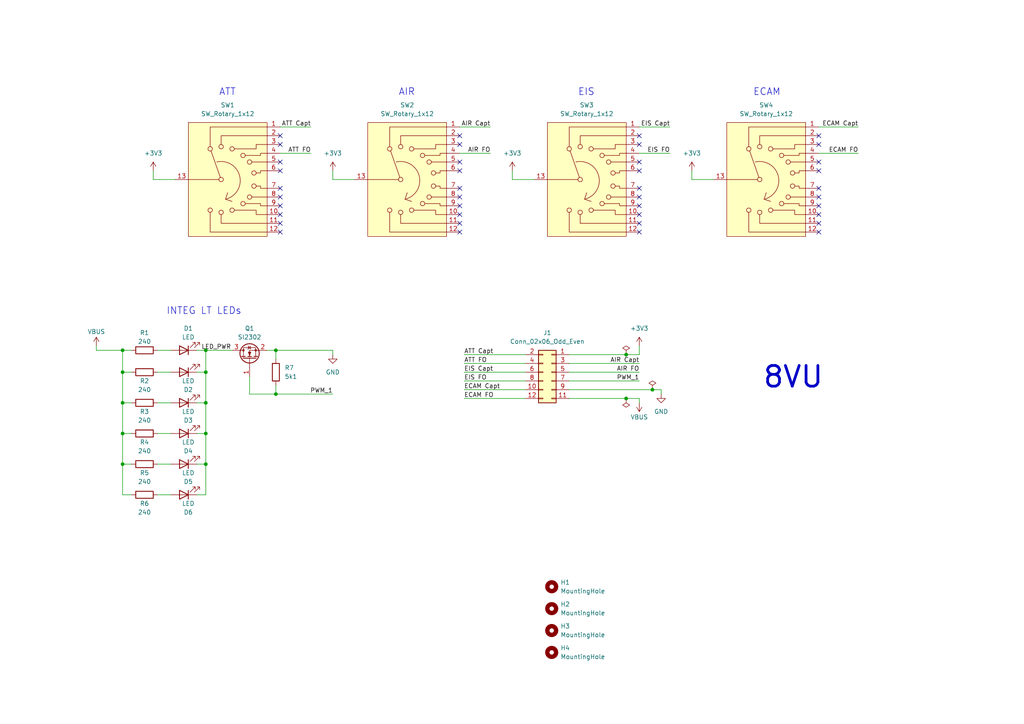
<source format=kicad_sch>
(kicad_sch (version 20230121) (generator eeschema)
  (paper "A4")
  (lib_symbols
    (symbol "Connector_Generic:Conn_02x06_Odd_Even" (pin_names (offset 1.016) hide)
      (property "Reference" "J" (at 1.27 7.62 0))
      (property "Value" "Conn_02x06_Odd_Even" (at 1.27 -10.16 0))
      (symbol "Conn_02x06_Odd_Even_1_1"
        (rectangle (start -1.27 -7.493) (end 0 -7.747) (stroke (width 0.1524)))
        (rectangle (start -1.27 -4.953) (end 0 -5.207) (stroke (width 0.1524)))
        (rectangle (start -1.27 -2.413) (end 0 -2.667) (stroke (width 0.1524)))
        (rectangle (start -1.27 0.127) (end 0 -0.127) (stroke (width 0.1524)))
        (rectangle (start -1.27 2.667) (end 0 2.413) (stroke (width 0.1524)))
        (rectangle (start -1.27 5.207) (end 0 4.953) (stroke (width 0.1524)))
        (rectangle (start -1.27 6.35) (end 3.81 -8.89) (stroke (width 0.254)) (fill (type background)))
        (rectangle (start 3.81 -7.493) (end 2.54 -7.747) (stroke (width 0.1524)))
        (rectangle (start 3.81 -4.953) (end 2.54 -5.207) (stroke (width 0.1524)))
        (rectangle (start 3.81 -2.413) (end 2.54 -2.667) (stroke (width 0.1524)))
        (rectangle (start 3.81 0.127) (end 2.54 -0.127) (stroke (width 0.1524)))
        (rectangle (start 3.81 2.667) (end 2.54 2.413) (stroke (width 0.1524)))
        (rectangle (start 3.81 5.207) (end 2.54 4.953) (stroke (width 0.1524)))
        (pin passive line (at -5.08 5.08 0) (length 3.81) (name "Pin_1") (number "1"))
        (pin passive line (at 7.62 -5.08 180) (length 3.81) (name "Pin_10") (number "10"))
        (pin passive line (at -5.08 -7.62 0) (length 3.81) (name "Pin_11") (number "11"))
        (pin passive line (at 7.62 -7.62 180) (length 3.81) (name "Pin_12") (number "12"))
        (pin passive line (at 7.62 5.08 180) (length 3.81) (name "Pin_2") (number "2"))
        (pin passive line (at -5.08 2.54 0) (length 3.81) (name "Pin_3") (number "3"))
        (pin passive line (at 7.62 2.54 180) (length 3.81) (name "Pin_4") (number "4"))
        (pin passive line (at -5.08 0 0) (length 3.81) (name "Pin_5") (number "5"))
        (pin passive line (at 7.62 0 180) (length 3.81) (name "Pin_6") (number "6"))
        (pin passive line (at -5.08 -2.54 0) (length 3.81) (name "Pin_7") (number "7"))
        (pin passive line (at 7.62 -2.54 180) (length 3.81) (name "Pin_8") (number "8"))
        (pin passive line (at -5.08 -5.08 0) (length 3.81) (name "Pin_9") (number "9"))
      )
    )
    (symbol "Device:LED" (pin_numbers hide) (pin_names (offset 1.016) hide)
      (property "Reference" "D" (at 0 2.54 0))
      (property "Value" "LED" (at 0 -2.54 0))
      (symbol "LED_0_1"
        (polyline (pts (xy -1.27 -1.27) (xy -1.27 1.27)) (stroke (width 0.254)))
        (polyline (pts (xy -1.27 0) (xy 1.27 0)))
        (polyline (pts (xy 1.27 -1.27) (xy 1.27 1.27) (xy -1.27 0) (xy 1.27 -1.27)) (stroke (width 0.254)))
        (polyline (pts (xy -3.048 -0.762) (xy -4.572 -2.286) (xy -3.81 -2.286) (xy -4.572 -2.286) (xy -4.572 -1.524)))
        (polyline (pts (xy -1.778 -0.762) (xy -3.302 -2.286) (xy -2.54 -2.286) (xy -3.302 -2.286) (xy -3.302 -1.524)))
      )
      (symbol "LED_1_1"
        (pin passive line (at -3.81 0 0) (length 2.54) (name "K") (number "1"))
        (pin passive line (at 3.81 0 180) (length 2.54) (name "A") (number "2"))
      )
    )
    (symbol "Device:R" (pin_numbers hide) (pin_names (offset 0))
      (property "Reference" "R" (at 2.032 0 90))
      (property "Value" "R" (at 0 0 90))
      (symbol "R_0_1"
        (rectangle (start -1.016 -2.54) (end 1.016 2.54) (stroke (width 0.254)))
      )
      (symbol "R_1_1"
        (pin passive line (at 0 3.81 270) (length 1.27) (name "~") (number "1"))
        (pin passive line (at 0 -3.81 90) (length 1.27) (name "~") (number "2"))
      )
    )
    (symbol "Mechanical:MountingHole" (pin_names (offset 1.016))
      (property "Reference" "H" (at 0 5.08 0))
      (property "Value" "MountingHole" (at 0 3.175 0))
      (symbol "MountingHole_0_1"
        (circle (center 0 0) (radius 1.27) (stroke (width 1.27)))
      )
    )
    (symbol "Switch:SW_Rotary_1x12" (pin_names (offset 1.016) hide)
      (property "Reference" "SW" (at 0 17.78 0))
      (property "Value" "SW_Rotary_1x12" (at 0 -17.78 0))
      (symbol "SW_Rotary_1x12_0_0"
        (circle (center -5.08 -8.89) (radius 0.635))
        (circle (center -5.08 8.89) (radius 0.635))
        (circle (center -1.905 -9.525) (radius 0.635))
        (circle (center -1.905 0) (radius 0.635))
        (circle (center -1.905 9.525) (radius 0.635))
        (arc (start -0.635 -5.715) (mid 3.4777 0.949) (end -3.175 5.08))
        (polyline (pts (xy -2.1336 0.6096) (xy -4.826 8.2804)))
        (polyline (pts (xy -0.635 -5.715) (xy 0 -3.81)))
        (polyline (pts (xy -0.635 -5.715) (xy 1.27 -6.35)))
        (polyline (pts (xy 6.985 -5.08) (xy 11.43 -5.08)))
        (polyline (pts (xy 6.985 5.08) (xy 11.43 5.08)))
        (polyline (pts (xy -5.08 -9.525) (xy -5.08 -15.24) (xy 11.43 -15.24)))
        (polyline (pts (xy -5.08 9.525) (xy -5.08 15.24) (xy 11.43 15.24)))
        (polyline (pts (xy -1.905 -10.16) (xy -1.905 -12.7) (xy 11.43 -12.7)))
        (polyline (pts (xy -1.905 10.16) (xy -1.905 12.7) (xy 11.43 12.7)))
        (polyline (pts (xy 1.905 -8.89) (xy 8.255 -8.89) (xy 8.255 -10.16) (xy 11.43 -10.16)))
        (polyline (pts (xy 1.905 8.89) (xy 8.255 8.89) (xy 8.255 10.16) (xy 11.43 10.16)))
        (polyline (pts (xy 5.08 -6.985) (xy 9.525 -6.985) (xy 9.525 -7.62) (xy 11.43 -7.62)))
        (polyline (pts (xy 5.08 6.985) (xy 9.525 6.985) (xy 9.525 7.62) (xy 11.43 7.62)))
        (polyline (pts (xy 8.255 -1.905) (xy 9.525 -1.905) (xy 9.525 -2.54) (xy 11.43 -2.54)))
        (polyline (pts (xy 8.255 1.905) (xy 9.525 1.905) (xy 9.525 2.54) (xy 11.43 2.54)))
        (circle (center 1.27 -8.89) (radius 0.635))
        (circle (center 1.27 8.89) (radius 0.635))
        (circle (center 4.445 -6.985) (radius 0.635))
        (circle (center 4.445 6.985) (radius 0.635))
        (circle (center 6.35 -5.08) (radius 0.635))
        (circle (center 6.35 5.08) (radius 0.635))
        (circle (center 7.62 -1.905) (radius 0.635))
        (circle (center 7.62 1.905) (radius 0.635))
      )
      (symbol "SW_Rotary_1x12_1_1"
        (rectangle (start -11.43 16.51) (end 11.43 -16.51) (fill (type background)))
        (polyline (pts (xy -11.43 0) (xy -2.54 0)))
        (pin passive line (at 15.24 15.24 180) (length 3.81) (name "1") (number "1"))
        (pin passive line (at 15.24 -10.16 180) (length 3.81) (name "10") (number "10"))
        (pin passive line (at 15.24 -12.7 180) (length 3.81) (name "11") (number "11"))
        (pin passive line (at 15.24 -15.24 180) (length 3.81) (name "12") (number "12"))
        (pin passive line (at -15.24 0 0) (length 3.81) (name "13") (number "13"))
        (pin passive line (at 15.24 12.7 180) (length 3.81) (name "2") (number "2"))
        (pin passive line (at 15.24 10.16 180) (length 3.81) (name "3") (number "3"))
        (pin passive line (at 15.24 7.62 180) (length 3.81) (name "4") (number "4"))
        (pin passive line (at 15.24 5.08 180) (length 3.81) (name "5") (number "5"))
        (pin passive line (at 15.24 2.54 180) (length 3.81) (name "6") (number "6"))
        (pin passive line (at 15.24 -2.54 180) (length 3.81) (name "7") (number "7"))
        (pin passive line (at 15.24 -5.08 180) (length 3.81) (name "8") (number "8"))
        (pin passive line (at 15.24 -7.62 180) (length 3.81) (name "9") (number "9"))
      )
    )
    (symbol "Transistor_FET:2N7002K" (pin_names hide)
      (property "Reference" "Q" (at 5.08 1.905 0))
      (property "Value" "2N7002K" (at 5.08 0 0))
      (symbol "2N7002K_0_1"
        (polyline (pts (xy 0.254 0) (xy -2.54 0)))
        (polyline (pts (xy 0.254 1.905) (xy 0.254 -1.905)) (stroke (width 0.254)))
        (polyline (pts (xy 0.762 -1.27) (xy 0.762 -2.286)) (stroke (width 0.254)))
        (polyline (pts (xy 0.762 0.508) (xy 0.762 -0.508)) (stroke (width 0.254)))
        (polyline (pts (xy 0.762 2.286) (xy 0.762 1.27)) (stroke (width 0.254)))
        (polyline (pts (xy 2.54 2.54) (xy 2.54 1.778)))
        (polyline (pts (xy 2.54 -2.54) (xy 2.54 0) (xy 0.762 0)))
        (polyline (pts (xy 0.762 -1.778) (xy 3.302 -1.778) (xy 3.302 1.778) (xy 0.762 1.778)))
        (polyline (pts (xy 1.016 0) (xy 2.032 0.381) (xy 2.032 -0.381) (xy 1.016 0)) (fill (type outline)))
        (polyline (pts (xy 2.794 0.508) (xy 2.921 0.381) (xy 3.683 0.381) (xy 3.81 0.254)))
        (polyline (pts (xy 3.302 0.381) (xy 2.921 -0.254) (xy 3.683 -0.254) (xy 3.302 0.381)))
        (circle (center 1.651 0) (radius 2.794) (stroke (width 0.254)))
        (circle (center 2.54 -1.778) (radius 0.254) (fill (type outline)))
        (circle (center 2.54 1.778) (radius 0.254) (fill (type outline)))
      )
      (symbol "2N7002K_1_1"
        (pin input line (at -5.08 0 0) (length 2.54) (name "G") (number "1"))
        (pin passive line (at 2.54 -5.08 90) (length 2.54) (name "S") (number "2"))
        (pin passive line (at 2.54 5.08 270) (length 2.54) (name "D") (number "3"))
      )
    )
    (symbol "power:+3V3" (power) (pin_names (offset 0))
      (property "Value" "+3V3" (at 0 3.556 0))
      (symbol "+3V3_0_1"
        (polyline (pts (xy -0.762 1.27) (xy 0 2.54)))
        (polyline (pts (xy 0 0) (xy 0 2.54)))
        (polyline (pts (xy 0 2.54) (xy 0.762 1.27)))
      )
      (symbol "+3V3_1_1"
        (pin power_in line (at 0 0 90) (length 0) hide (name "+3V3") (number "1"))
      )
    )
    (symbol "power:GND" (power) (pin_names (offset 0))
      (property "Value" "GND" (at 0 -3.81 0))
      (symbol "GND_0_1"
        (polyline (pts (xy 0 0) (xy 0 -1.27) (xy 1.27 -1.27) (xy 0 -2.54) (xy -1.27 -1.27) (xy 0 -1.27)))
      )
      (symbol "GND_1_1"
        (pin power_in line (at 0 0 270) (length 0) hide (name "GND") (number "1"))
      )
    )
    (symbol "power:PWR_FLAG" (power) (pin_numbers hide) (pin_names (offset 0) hide)
      (property "Value" "PWR_FLAG" (at 0 3.81 0))
      (symbol "PWR_FLAG_0_0"
        (pin power_out line (at 0 0 90) (length 0) (name "pwr") (number "1"))
      )
      (symbol "PWR_FLAG_0_1"
        (polyline (pts (xy 0 0) (xy 0 1.27) (xy -1.016 1.905) (xy 0 2.54) (xy 1.016 1.905) (xy 0 1.27)))
      )
    )
    (symbol "power:VBUS" (power) (pin_names (offset 0))
      (property "Value" "VBUS" (at 0 3.81 0))
      (symbol "VBUS_0_1"
        (polyline (pts (xy -0.762 1.27) (xy 0 2.54)))
        (polyline (pts (xy 0 0) (xy 0 2.54)))
        (polyline (pts (xy 0 2.54) (xy 0.762 1.27)))
      )
      (symbol "VBUS_1_1"
        (pin power_in line (at 0 0 90) (length 0) hide (name "VBUS") (number "1"))
      )
    )
  )
  (junction (at 59.69 125.73))
  (junction (at 59.69 101.6))
  (junction (at 35.56 107.95))
  (junction (at 59.69 107.95))
  (junction (at 35.56 125.73))
  (junction (at 59.69 116.84))
  (junction (at 80.01 101.6))
  (junction (at 59.69 134.62))
  (junction (at 35.56 101.6))
  (junction (at 35.56 116.84))
  (junction (at 189.23 113.03))
  (junction (at 181.61 102.87))
  (junction (at 80.01 114.3))
  (junction (at 181.61 115.57))
  (junction (at 35.56 134.62))
  (no_connect (at 185.42 62.23))
  (no_connect (at 185.42 57.15))
  (no_connect (at 133.35 41.91))
  (no_connect (at 81.28 67.31))
  (no_connect (at 237.49 62.23))
  (no_connect (at 237.49 49.53))
  (no_connect (at 81.28 57.15))
  (no_connect (at 237.49 64.77))
  (no_connect (at 185.42 46.99))
  (no_connect (at 133.35 67.31))
  (no_connect (at 237.49 46.99))
  (no_connect (at 185.42 59.69))
  (no_connect (at 81.28 46.99))
  (no_connect (at 237.49 57.15))
  (no_connect (at 81.28 59.69))
  (no_connect (at 133.35 46.99))
  (no_connect (at 133.35 57.15))
  (no_connect (at 133.35 59.69))
  (no_connect (at 185.42 67.31))
  (no_connect (at 237.49 59.69))
  (no_connect (at 237.49 39.37))
  (no_connect (at 81.28 49.53))
  (no_connect (at 185.42 54.61))
  (no_connect (at 185.42 64.77))
  (no_connect (at 81.28 64.77))
  (no_connect (at 133.35 54.61))
  (no_connect (at 81.28 62.23))
  (no_connect (at 81.28 54.61))
  (no_connect (at 81.28 39.37))
  (no_connect (at 237.49 67.31))
  (no_connect (at 133.35 62.23))
  (no_connect (at 81.28 41.91))
  (no_connect (at 237.49 41.91))
  (no_connect (at 133.35 64.77))
  (no_connect (at 133.35 49.53))
  (no_connect (at 185.42 41.91))
  (no_connect (at 185.42 49.53))
  (no_connect (at 237.49 54.61))
  (no_connect (at 133.35 39.37))
  (no_connect (at 185.42 39.37))
  (wire (pts (xy 165.1 115.57) (xy 181.61 115.57)))
  (wire (pts (xy 185.42 116.84) (xy 185.42 115.57)))
  (wire (pts (xy 165.1 113.03) (xy 189.23 113.03)))
  (wire (pts (xy 35.56 116.84) (xy 38.1 116.84)))
  (wire (pts (xy 181.61 115.57) (xy 185.42 115.57)))
  (wire (pts (xy 165.1 107.95) (xy 185.42 107.95)))
  (wire (pts (xy 44.45 49.53) (xy 44.45 52.07)))
  (wire (pts (xy 35.56 134.62) (xy 38.1 134.62)))
  (wire (pts (xy 45.72 116.84) (xy 49.53 116.84)))
  (wire (pts (xy 165.1 102.87) (xy 181.61 102.87)))
  (wire (pts (xy 134.62 113.03) (xy 152.4 113.03)))
  (wire (pts (xy 35.56 101.6) (xy 38.1 101.6)))
  (wire (pts (xy 57.15 143.51) (xy 59.69 143.51)))
  (wire (pts (xy 72.39 114.3) (xy 80.01 114.3)))
  (wire (pts (xy 165.1 110.49) (xy 185.42 110.49)))
  (wire (pts (xy 59.69 134.62) (xy 59.69 143.51)))
  (wire (pts (xy 191.77 113.03) (xy 191.77 114.3)))
  (wire (pts (xy 80.01 101.6) (xy 80.01 104.14)))
  (wire (pts (xy 134.62 105.41) (xy 152.4 105.41)))
  (wire (pts (xy 237.49 44.45) (xy 248.92 44.45)))
  (wire (pts (xy 237.49 36.83) (xy 248.92 36.83)))
  (wire (pts (xy 38.1 107.95) (xy 35.56 107.95)))
  (wire (pts (xy 44.45 52.07) (xy 50.8 52.07)))
  (wire (pts (xy 59.69 125.73) (xy 59.69 134.62)))
  (wire (pts (xy 81.28 36.83) (xy 90.17 36.83)))
  (wire (pts (xy 35.56 125.73) (xy 35.56 134.62)))
  (wire (pts (xy 45.72 134.62) (xy 49.53 134.62)))
  (wire (pts (xy 134.62 107.95) (xy 152.4 107.95)))
  (wire (pts (xy 96.52 49.53) (xy 96.52 52.07)))
  (wire (pts (xy 45.72 143.51) (xy 49.53 143.51)))
  (wire (pts (xy 35.56 107.95) (xy 35.56 116.84)))
  (wire (pts (xy 134.62 115.57) (xy 152.4 115.57)))
  (wire (pts (xy 59.69 116.84) (xy 59.69 125.73)))
  (wire (pts (xy 81.28 44.45) (xy 90.17 44.45)))
  (wire (pts (xy 185.42 36.83) (xy 194.31 36.83)))
  (wire (pts (xy 181.61 102.87) (xy 185.42 102.87)))
  (wire (pts (xy 57.15 101.6) (xy 59.69 101.6)))
  (wire (pts (xy 45.72 107.95) (xy 49.53 107.95)))
  (wire (pts (xy 57.15 125.73) (xy 59.69 125.73)))
  (wire (pts (xy 38.1 143.51) (xy 35.56 143.51)))
  (wire (pts (xy 77.47 101.6) (xy 80.01 101.6)))
  (wire (pts (xy 35.56 116.84) (xy 35.56 125.73)))
  (wire (pts (xy 27.94 101.6) (xy 27.94 100.33)))
  (wire (pts (xy 35.56 107.95) (xy 35.56 101.6)))
  (wire (pts (xy 57.15 134.62) (xy 59.69 134.62)))
  (wire (pts (xy 35.56 125.73) (xy 38.1 125.73)))
  (wire (pts (xy 59.69 101.6) (xy 59.69 107.95)))
  (wire (pts (xy 45.72 125.73) (xy 49.53 125.73)))
  (wire (pts (xy 133.35 44.45) (xy 142.24 44.45)))
  (wire (pts (xy 185.42 100.33) (xy 185.42 102.87)))
  (wire (pts (xy 45.72 101.6) (xy 49.53 101.6)))
  (wire (pts (xy 96.52 102.87) (xy 96.52 101.6)))
  (wire (pts (xy 148.59 49.53) (xy 148.59 52.07)))
  (wire (pts (xy 148.59 52.07) (xy 154.94 52.07)))
  (wire (pts (xy 59.69 107.95) (xy 59.69 116.84)))
  (wire (pts (xy 96.52 101.6) (xy 80.01 101.6)))
  (wire (pts (xy 200.66 52.07) (xy 207.01 52.07)))
  (wire (pts (xy 134.62 110.49) (xy 152.4 110.49)))
  (wire (pts (xy 27.94 101.6) (xy 35.56 101.6)))
  (wire (pts (xy 35.56 134.62) (xy 35.56 143.51)))
  (wire (pts (xy 133.35 36.83) (xy 142.24 36.83)))
  (wire (pts (xy 57.15 107.95) (xy 59.69 107.95)))
  (wire (pts (xy 57.15 116.84) (xy 59.69 116.84)))
  (wire (pts (xy 96.52 52.07) (xy 102.87 52.07)))
  (wire (pts (xy 59.69 101.6) (xy 67.31 101.6)))
  (wire (pts (xy 185.42 44.45) (xy 194.31 44.45)))
  (wire (pts (xy 134.62 102.87) (xy 152.4 102.87)))
  (wire (pts (xy 72.39 109.22) (xy 72.39 114.3)))
  (wire (pts (xy 80.01 111.76) (xy 80.01 114.3)))
  (wire (pts (xy 200.66 49.53) (xy 200.66 52.07)))
  (wire (pts (xy 165.1 105.41) (xy 185.42 105.41)))
  (wire (pts (xy 80.01 114.3) (xy 96.52 114.3)))
  (wire (pts (xy 189.23 113.03) (xy 191.77 113.03)))
  (text "AIR" (at 115.57 27.94 0) (effects (font (size 2 2)) (justify left bottom)))
  (text "8VU" (at 220.98 113.03 0) (effects (font (size 6 6) (thickness 0.8) bold) (justify left bottom)))
  (text "EIS" (at 167.64 27.94 0) (effects (font (size 2 2)) (justify left bottom)))
  (text "INTEG LT LEDs" (at 48.26 91.44 0) (effects (font (size 2 2)) (justify left bottom)))
  (text "ECAM" (at 218.44 27.94 0) (effects (font (size 2 2)) (justify left bottom)))
  (text "ATT" (at 63.5 27.94 0) (effects (font (size 2 2)) (justify left bottom)))
  (label "EIS FO" (at 134.62 110.49 0))
  (label "AIR FO" (at 142.24 44.45 180))
  (label "ATT Capt" (at 90.17 36.83 180))
  (label "PWM_1" (at 96.52 114.3 180))
  (label "LED_PWR" (at 58.42 101.6 0))
  (label "ECAM Capt" (at 134.62 113.03 0))
  (label "PWM_1" (at 185.42 110.49 180))
  (label "AIR Capt" (at 185.42 105.41 180))
  (label "ECAM Capt" (at 248.92 36.83 180))
  (label "EIS Capt" (at 194.31 36.83 180))
  (label "ATT FO" (at 134.62 105.41 0))
  (label "ECAM FO" (at 134.62 115.57 0))
  (label "AIR FO" (at 185.42 107.95 180))
  (label "EIS Capt" (at 134.62 107.95 0))
  (label "ECAM FO" (at 248.92 44.45 180))
  (label "AIR Capt" (at 142.24 36.83 180))
  (label "ATT FO" (at 90.17 44.45 180))
  (label "ATT Capt" (at 134.62 102.87 0))
  (label "EIS FO" (at 194.31 44.45 180))
  (symbol (lib_id "power:PWR_FLAG") (at 181.61 115.57 180) (unit 1)
    (property "Reference" "#FLG02" (effects hide))
    (property "Value" "PWR_FLAG" (effects hide))
  )
  (symbol (lib_id "power:VBUS") (at 185.42 116.84 180) (unit 1)
    (property "Reference" "#PWR012" (effects hide))
    (property "Value" "VBUS" (at 185.42 120.9731 0))
  )
  (symbol (lib_id "Mechanical:MountingHole") (at 160.02 182.88 0) (unit 1) (in_bom no)
    (property "Reference" "H3" (at 162.56 181.61 0) (effects (justify left)))
    (property "Value" "MountingHole" (at 162.56 184.15 0) (effects (justify left)))
    (property "Footprint" "MountingHole:MountingHole_2.2mm_M2" (effects hide))
  )
  (symbol (lib_id "Device:R") (at 80.01 107.95 180) (unit 1)
    (property "Reference" "R7" (at 82.55 106.68 0) (effects (justify right)))
    (property "Value" "5k1" (at 82.55 109.22 0) (effects (justify right)))
    (property "Footprint" "Resistor_SMD:R_0603_1608Metric" (effects hide))
    (property "Datasheet" "https://www.lcsc.com/datasheet/lcsc_datasheet_2206010116_UNI-ROYAL-Uniroyal-Elec-0603WAF5101T5E_C23186.pdf" (effects hide))
    (property "JLCPCB Part" "C23186" (effects hide))
    (property "Manufracturer" "UNI-ROYAL(Uniroyal Elec)" (effects hide))
    (property "Manufracturer Part Number" "0603WAF5101T5E" (effects hide))
  )
  (symbol (lib_id "Switch:SW_Rotary_1x12") (at 222.25 52.07 0) (unit 1)
    (property "Reference" "SW4" (at 222.25 30.48 0))
    (property "Value" "SW_Rotary_1x12" (at 222.25 33.02 0))
    (property "Datasheet" "https://www.mouser.de/datasheet/2/240/arotary-3050724.pdf" (effects hide))
    (property "JLCPCB Part" "N/A" (effects hide))
    (property "Manufracturer" "C&K" (effects hide))
    (property "Manufracturer Part Number" "A12505RNZQ " (effects hide))
  )
  (symbol (lib_id "Device:LED") (at 53.34 134.62 180) (unit 1)
    (property "Reference" "D5" (at 54.61 139.7 0))
    (property "Value" "LED" (at 54.61 137.16 0))
    (property "Footprint" "LED_SMD:LED_0805_2012Metric" (effects hide))
    (property "Datasheet" "https://www.lcsc.com/datasheet/lcsc_datasheet_2402181504_XINGLIGHT-XL-2012WWC-DS_C3646928.pdf" (effects hide))
    (property "Manufracturer" "XINGLIGHT" (effects hide))
    (property "Manufracturer Part Number" "XL-2012WWC-DS" (effects hide))
    (property "JLCPCB Part" "C3646928" (effects hide))
  )
  (symbol (lib_id "power:PWR_FLAG") (at 189.23 113.03 0) (unit 1)
    (property "Reference" "#FLG03" (effects hide))
    (property "Value" "PWR_FLAG" (effects hide))
  )
  (symbol (lib_id "Device:R") (at 41.91 134.62 90) (unit 1)
    (property "Reference" "R5" (at 41.91 137.16 90))
    (property "Value" "240" (at 41.91 139.7 90))
    (property "Footprint" "Resistor_SMD:R_0805_2012Metric" (effects hide))
    (property "Datasheet" "https://www.lcsc.com/datasheet/lcsc_datasheet_2206010200_UNI-ROYAL-Uniroyal-Elec-0805W8F2400T5E_C17572.pdf" (effects hide))
    (property "Manufracturer" "UNI-ROYAL(Uniroyal Elec)" (effects hide))
    (property "Manufracturer Part Number" "0805W8F2400T5E" (effects hide))
    (property "JLCPCB Part" "C17572" (effects hide))
  )
  (symbol (lib_id "Device:R") (at 41.91 143.51 90) (unit 1)
    (property "Reference" "R6" (at 41.91 146.05 90))
    (property "Value" "240" (at 41.91 148.59 90))
    (property "Footprint" "Resistor_SMD:R_0805_2012Metric" (effects hide))
    (property "Datasheet" "https://www.lcsc.com/datasheet/lcsc_datasheet_2206010200_UNI-ROYAL-Uniroyal-Elec-0805W8F2400T5E_C17572.pdf" (effects hide))
    (property "Manufracturer" "UNI-ROYAL(Uniroyal Elec)" (effects hide))
    (property "Manufracturer Part Number" "0805W8F2400T5E" (effects hide))
    (property "JLCPCB Part" "C17572" (effects hide))
  )
  (symbol (lib_id "Device:LED") (at 53.34 116.84 180) (unit 1)
    (property "Reference" "D3" (at 54.61 121.92 0))
    (property "Value" "LED" (at 54.61 119.38 0))
    (property "Footprint" "LED_SMD:LED_0805_2012Metric" (effects hide))
    (property "Datasheet" "https://www.lcsc.com/datasheet/lcsc_datasheet_2402181504_XINGLIGHT-XL-2012WWC-DS_C3646928.pdf" (effects hide))
    (property "Manufracturer" "XINGLIGHT" (effects hide))
    (property "Manufracturer Part Number" "XL-2012WWC-DS" (effects hide))
    (property "JLCPCB Part" "C3646928" (effects hide))
  )
  (symbol (lib_id "Switch:SW_Rotary_1x12") (at 170.18 52.07 0) (unit 1)
    (property "Reference" "SW3" (at 170.18 30.48 0))
    (property "Value" "SW_Rotary_1x12" (at 170.18 33.02 0))
    (property "Datasheet" "https://www.mouser.de/datasheet/2/240/arotary-3050724.pdf" (effects hide))
    (property "JLCPCB Part" "N/A" (effects hide))
    (property "Manufracturer" "C&K" (effects hide))
    (property "Manufracturer Part Number" "A12505RNZQ " (effects hide))
  )
  (symbol (lib_id "Switch:SW_Rotary_1x12") (at 118.11 52.07 0) (unit 1)
    (property "Reference" "SW2" (at 118.11 30.48 0))
    (property "Value" "SW_Rotary_1x12" (at 118.11 33.02 0))
    (property "Datasheet" "https://www.mouser.de/datasheet/2/240/arotary-3050724.pdf" (effects hide))
    (property "JLCPCB Part" "N/A" (effects hide))
    (property "Manufracturer" "C&K" (effects hide))
    (property "Manufracturer Part Number" "A12505RNZQ " (effects hide))
  )
  (symbol (lib_id "power:PWR_FLAG") (at 181.61 102.87 0) (unit 1)
    (property "Reference" "#FLG01" (effects hide))
    (property "Value" "PWR_FLAG" (effects hide))
  )
  (symbol (lib_id "Device:LED") (at 53.34 143.51 180) (unit 1)
    (property "Reference" "D6" (at 54.61 148.59 0))
    (property "Value" "LED" (at 54.61 146.05 0))
    (property "Footprint" "LED_SMD:LED_0805_2012Metric" (effects hide))
    (property "Datasheet" "https://www.lcsc.com/datasheet/lcsc_datasheet_2402181504_XINGLIGHT-XL-2012WWC-DS_C3646928.pdf" (effects hide))
    (property "Manufracturer" "XINGLIGHT" (effects hide))
    (property "Manufracturer Part Number" "XL-2012WWC-DS" (effects hide))
    (property "JLCPCB Part" "C3646928" (effects hide))
  )
  (symbol (lib_id "Device:LED") (at 53.34 125.73 180) (unit 1)
    (property "Reference" "D4" (at 54.61 130.81 0))
    (property "Value" "LED" (at 54.61 128.27 0))
    (property "Footprint" "LED_SMD:LED_0805_2012Metric" (effects hide))
    (property "Datasheet" "https://www.lcsc.com/datasheet/lcsc_datasheet_2402181504_XINGLIGHT-XL-2012WWC-DS_C3646928.pdf" (effects hide))
    (property "Manufracturer" "XINGLIGHT" (effects hide))
    (property "Manufracturer Part Number" "XL-2012WWC-DS" (effects hide))
    (property "JLCPCB Part" "C3646928" (effects hide))
  )
  (symbol (lib_id "Device:LED") (at 53.34 107.95 180) (unit 1)
    (property "Reference" "D2" (at 54.61 113.03 0))
    (property "Value" "LED" (at 54.61 110.49 0))
    (property "Footprint" "LED_SMD:LED_0805_2012Metric" (effects hide))
    (property "Datasheet" "https://www.lcsc.com/datasheet/lcsc_datasheet_2402181504_XINGLIGHT-XL-2012WWC-DS_C3646928.pdf" (effects hide))
    (property "Manufracturer" "XINGLIGHT" (effects hide))
    (property "Manufracturer Part Number" "XL-2012WWC-DS" (effects hide))
    (property "JLCPCB Part" "C3646928" (effects hide))
  )
  (symbol (lib_id "power:GND") (at 191.77 114.3 0) (unit 1)
    (property "Reference" "#PWR013" (effects hide))
    (property "Value" "GND" (at 191.77 119.38 0))
  )
  (symbol (lib_id "Device:LED") (at 53.34 101.6 180) (unit 1)
    (property "Reference" "D1" (at 54.61 95.25 0))
    (property "Value" "LED" (at 54.61 97.79 0))
    (property "Footprint" "LED_SMD:LED_0805_2012Metric" (effects hide))
    (property "Datasheet" "https://www.lcsc.com/datasheet/lcsc_datasheet_2402181504_XINGLIGHT-XL-2012WWC-DS_C3646928.pdf" (effects hide))
    (property "Manufracturer" "XINGLIGHT" (effects hide))
    (property "Manufracturer Part Number" "XL-2012WWC-DS" (effects hide))
    (property "JLCPCB Part" "C3646928" (effects hide))
  )
  (symbol (lib_id "Mechanical:MountingHole") (at 160.02 189.23 0) (unit 1) (in_bom no)
    (property "Reference" "H4" (at 162.56 187.96 0) (effects (justify left)))
    (property "Value" "MountingHole" (at 162.56 190.5 0) (effects (justify left)))
    (property "Footprint" "MountingHole:MountingHole_2.2mm_M2" (effects hide))
  )
  (symbol (lib_id "Switch:SW_Rotary_1x12") (at 66.04 52.07 0) (unit 1)
    (property "Reference" "SW1" (at 66.04 30.48 0))
    (property "Value" "SW_Rotary_1x12" (at 66.04 33.02 0))
    (property "Datasheet" "https://www.mouser.de/datasheet/2/240/arotary-3050724.pdf" (effects hide))
    (property "JLCPCB Part" "N/A" (effects hide))
    (property "Manufracturer" "C&K" (effects hide))
    (property "Manufracturer Part Number" "A12505RNZQ " (effects hide))
  )
  (symbol (lib_id "Device:R") (at 41.91 101.6 90) (unit 1)
    (property "Reference" "R1" (at 41.91 96.52 90))
    (property "Value" "240" (at 41.91 99.06 90))
    (property "Footprint" "Resistor_SMD:R_0805_2012Metric" (effects hide))
    (property "Datasheet" "https://www.lcsc.com/datasheet/lcsc_datasheet_2206010200_UNI-ROYAL-Uniroyal-Elec-0805W8F2400T5E_C17572.pdf" (effects hide))
    (property "Manufracturer" "UNI-ROYAL(Uniroyal Elec)" (effects hide))
    (property "Manufracturer Part Number" "0805W8F2400T5E" (effects hide))
    (property "JLCPCB Part" "C17572" (effects hide))
  )
  (symbol (lib_id "Device:R") (at 41.91 116.84 90) (unit 1)
    (property "Reference" "R3" (at 41.91 119.38 90))
    (property "Value" "240" (at 41.91 121.92 90))
    (property "Footprint" "Resistor_SMD:R_0805_2012Metric" (effects hide))
    (property "Datasheet" "https://www.lcsc.com/datasheet/lcsc_datasheet_2206010200_UNI-ROYAL-Uniroyal-Elec-0805W8F2400T5E_C17572.pdf" (effects hide))
    (property "Manufracturer" "UNI-ROYAL(Uniroyal Elec)" (effects hide))
    (property "Manufracturer Part Number" "0805W8F2400T5E" (effects hide))
    (property "JLCPCB Part" "C17572" (effects hide))
  )
  (symbol (lib_id "power:+3V3") (at 185.42 100.33 0) (unit 1)
    (property "Reference" "#PWR011" (effects hide))
    (property "Value" "+3V3" (at 185.42 95.25 0))
  )
  (symbol (lib_id "Connector_Generic:Conn_02x06_Odd_Even") (at 160.02 107.95 0) (mirror y) (unit 1)
    (property "Reference" "J1" (at 158.75 96.52 0))
    (property "Value" "Conn_02x06_Odd_Even" (at 158.75 99.06 0))
    (property "Footprint" "Connector_IDC:IDC-Header_2x06_P2.54mm_Vertical" (effects hide))
    (property "Datasheet" "https://www.lcsc.com/datasheet/lcsc_datasheet_2304140030_BOOMELE-Boom-Precision-Elec-2-54-2-6P_C9136.pdf" (effects hide))
    (property "JLCPCB Part" "C9136" (effects hide))
    (property "Manufracturer" "BOOMELE(Boom Precision Elec)" (effects hide))
    (property "Manufracturer Part Number" "2.54-2*6P" (effects hide))
  )
  (symbol (lib_id "Mechanical:MountingHole") (at 160.02 176.53 0) (unit 1) (in_bom no)
    (property "Reference" "H2" (at 162.56 175.26 0) (effects (justify left)))
    (property "Value" "MountingHole" (at 162.56 177.8 0) (effects (justify left)))
    (property "Footprint" "MountingHole:MountingHole_2.2mm_M2" (effects hide))
  )
  (symbol (lib_id "power:+3V3") (at 148.59 49.53 0) (unit 1)
    (property "Reference" "#PWR03" (effects hide))
    (property "Value" "+3V3" (at 148.59 44.45 0))
  )
  (symbol (lib_id "Mechanical:MountingHole") (at 160.02 170.18 0) (unit 1) (in_bom no)
    (property "Reference" "H1" (at 162.56 168.91 0) (effects (justify left)))
    (property "Value" "MountingHole" (at 162.56 171.45 0) (effects (justify left)))
    (property "Footprint" "MountingHole:MountingHole_2.2mm_M2" (effects hide))
  )
  (symbol (lib_id "Transistor_FET:2N7002K") (at 72.39 104.14 90) (unit 1)
    (property "Reference" "Q1" (at 72.39 95.25 90))
    (property "Value" "SI2302" (at 72.39 97.79 90))
    (property "Footprint" "Package_TO_SOT_SMD:SOT-23-3" (effects hide))
    (property "Datasheet" "https://www.lcsc.com/datasheet/lcsc_datasheet_2109011130_YONGYUTAI-SI2302_C2891732.pdf" (effects hide))
    (property "Manufracturer" "YONGYUTAI" (effects hide))
    (property "Manufracturer Part Number" "SI2302" (effects hide))
    (property "JLCPCB Part" "C2891732" (effects hide))
  )
  (symbol (lib_id "Device:R") (at 41.91 107.95 90) (unit 1)
    (property "Reference" "R2" (at 41.91 110.49 90))
    (property "Value" "240" (at 41.91 113.03 90))
    (property "Footprint" "Resistor_SMD:R_0805_2012Metric" (effects hide))
    (property "Datasheet" "https://www.lcsc.com/datasheet/lcsc_datasheet_2206010200_UNI-ROYAL-Uniroyal-Elec-0805W8F2400T5E_C17572.pdf" (effects hide))
    (property "Manufracturer" "UNI-ROYAL(Uniroyal Elec)" (effects hide))
    (property "Manufracturer Part Number" "0805W8F2400T5E" (effects hide))
    (property "JLCPCB Part" "C17572" (effects hide))
  )
  (symbol (lib_id "power:GND") (at 96.52 102.87 0) (unit 1)
    (property "Reference" "#PWR010" (effects hide))
    (property "Value" "GND" (at 96.52 107.95 0))
  )
  (symbol (lib_id "power:VBUS") (at 27.94 100.33 0) (unit 1)
    (property "Reference" "#PWR09" (effects hide))
    (property "Value" "VBUS" (at 27.94 96.1969 0))
  )
  (symbol (lib_id "power:+3V3") (at 96.52 49.53 0) (unit 1)
    (property "Reference" "#PWR02" (effects hide))
    (property "Value" "+3V3" (at 96.52 44.45 0))
  )
  (symbol (lib_id "power:+3V3") (at 44.45 49.53 0) (unit 1)
    (property "Reference" "#PWR01" (effects hide))
    (property "Value" "+3V3" (at 44.45 44.45 0))
  )
  (symbol (lib_id "Device:R") (at 41.91 125.73 90) (unit 1)
    (property "Reference" "R4" (at 41.91 128.27 90))
    (property "Value" "240" (at 41.91 130.81 90))
    (property "Footprint" "Resistor_SMD:R_0805_2012Metric" (effects hide))
    (property "Datasheet" "https://www.lcsc.com/datasheet/lcsc_datasheet_2206010200_UNI-ROYAL-Uniroyal-Elec-0805W8F2400T5E_C17572.pdf" (effects hide))
    (property "Manufracturer" "UNI-ROYAL(Uniroyal Elec)" (effects hide))
    (property "Manufracturer Part Number" "0805W8F2400T5E" (effects hide))
    (property "JLCPCB Part" "C17572" (effects hide))
  )
  (symbol (lib_id "power:+3V3") (at 200.66 49.53 0) (unit 1)
    (property "Reference" "#PWR04" (effects hide))
    (property "Value" "+3V3" (at 200.66 44.45 0))
  )
)
</source>
